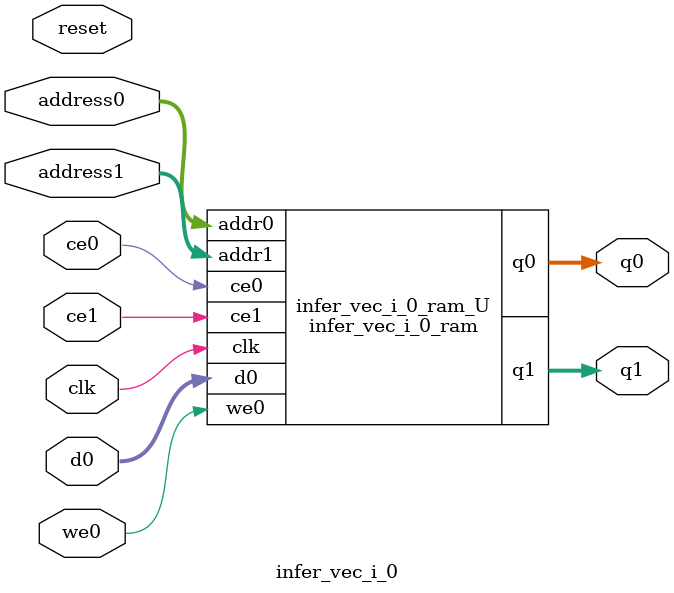
<source format=v>
`timescale 1 ns / 1 ps
module infer_vec_i_0_ram (addr0, ce0, d0, we0, q0, addr1, ce1, q1,  clk);

parameter DWIDTH = 32;
parameter AWIDTH = 5;
parameter MEM_SIZE = 20;

input[AWIDTH-1:0] addr0;
input ce0;
input[DWIDTH-1:0] d0;
input we0;
output reg[DWIDTH-1:0] q0;
input[AWIDTH-1:0] addr1;
input ce1;
output reg[DWIDTH-1:0] q1;
input clk;

(* ram_style = "distributed" *)reg [DWIDTH-1:0] ram[0:MEM_SIZE-1];




always @(posedge clk)  
begin 
    if (ce0) 
    begin
        if (we0) 
        begin 
            ram[addr0] <= d0; 
        end 
        q0 <= ram[addr0];
    end
end


always @(posedge clk)  
begin 
    if (ce1) 
    begin
        q1 <= ram[addr1];
    end
end


endmodule

`timescale 1 ns / 1 ps
module infer_vec_i_0(
    reset,
    clk,
    address0,
    ce0,
    we0,
    d0,
    q0,
    address1,
    ce1,
    q1);

parameter DataWidth = 32'd32;
parameter AddressRange = 32'd20;
parameter AddressWidth = 32'd5;
input reset;
input clk;
input[AddressWidth - 1:0] address0;
input ce0;
input we0;
input[DataWidth - 1:0] d0;
output[DataWidth - 1:0] q0;
input[AddressWidth - 1:0] address1;
input ce1;
output[DataWidth - 1:0] q1;



infer_vec_i_0_ram infer_vec_i_0_ram_U(
    .clk( clk ),
    .addr0( address0 ),
    .ce0( ce0 ),
    .we0( we0 ),
    .d0( d0 ),
    .q0( q0 ),
    .addr1( address1 ),
    .ce1( ce1 ),
    .q1( q1 ));

endmodule


</source>
